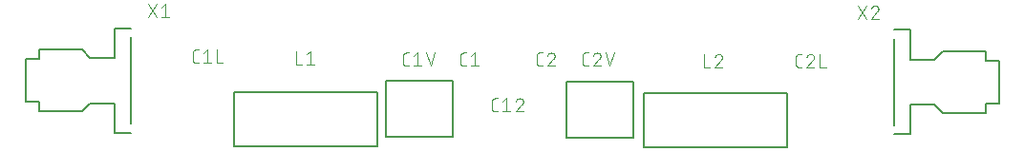
<source format=gbr>
G04 EAGLE Gerber RS-274X export*
G75*
%MOMM*%
%FSLAX34Y34*%
%LPD*%
%INSilkscreen Top*%
%IPPOS*%
%AMOC8*
5,1,8,0,0,1.08239X$1,22.5*%
G01*
%ADD10C,0.101600*%
%ADD11C,0.127000*%
%ADD12C,0.203200*%


D10*
X297801Y103378D02*
X295204Y103378D01*
X295105Y103380D01*
X295005Y103386D01*
X294906Y103395D01*
X294808Y103408D01*
X294710Y103425D01*
X294612Y103446D01*
X294516Y103471D01*
X294421Y103499D01*
X294327Y103531D01*
X294234Y103566D01*
X294142Y103605D01*
X294052Y103648D01*
X293964Y103693D01*
X293877Y103743D01*
X293793Y103795D01*
X293710Y103851D01*
X293630Y103909D01*
X293552Y103971D01*
X293477Y104036D01*
X293404Y104104D01*
X293334Y104174D01*
X293266Y104247D01*
X293201Y104322D01*
X293139Y104400D01*
X293081Y104480D01*
X293025Y104563D01*
X292973Y104647D01*
X292923Y104734D01*
X292878Y104822D01*
X292835Y104912D01*
X292796Y105004D01*
X292761Y105097D01*
X292729Y105191D01*
X292701Y105286D01*
X292676Y105382D01*
X292655Y105480D01*
X292638Y105578D01*
X292625Y105676D01*
X292616Y105775D01*
X292610Y105875D01*
X292608Y105974D01*
X292608Y112466D01*
X292610Y112565D01*
X292616Y112665D01*
X292625Y112764D01*
X292638Y112862D01*
X292655Y112960D01*
X292676Y113058D01*
X292701Y113154D01*
X292729Y113249D01*
X292761Y113343D01*
X292796Y113436D01*
X292835Y113528D01*
X292878Y113618D01*
X292923Y113706D01*
X292973Y113793D01*
X293025Y113877D01*
X293081Y113960D01*
X293139Y114040D01*
X293201Y114118D01*
X293266Y114193D01*
X293334Y114266D01*
X293404Y114336D01*
X293477Y114404D01*
X293552Y114469D01*
X293630Y114531D01*
X293710Y114589D01*
X293793Y114645D01*
X293877Y114697D01*
X293964Y114747D01*
X294052Y114792D01*
X294142Y114835D01*
X294234Y114874D01*
X294326Y114909D01*
X294421Y114941D01*
X294516Y114969D01*
X294612Y114994D01*
X294710Y115015D01*
X294808Y115032D01*
X294906Y115045D01*
X295005Y115054D01*
X295105Y115060D01*
X295204Y115062D01*
X297801Y115062D01*
X302166Y112466D02*
X305412Y115062D01*
X305412Y103378D01*
X308657Y103378D02*
X302166Y103378D01*
X323144Y62738D02*
X325741Y62738D01*
X323144Y62738D02*
X323045Y62740D01*
X322945Y62746D01*
X322846Y62755D01*
X322748Y62768D01*
X322650Y62785D01*
X322552Y62806D01*
X322456Y62831D01*
X322361Y62859D01*
X322267Y62891D01*
X322174Y62926D01*
X322082Y62965D01*
X321992Y63008D01*
X321904Y63053D01*
X321817Y63103D01*
X321733Y63155D01*
X321650Y63211D01*
X321570Y63269D01*
X321492Y63331D01*
X321417Y63396D01*
X321344Y63464D01*
X321274Y63534D01*
X321206Y63607D01*
X321141Y63682D01*
X321079Y63760D01*
X321021Y63840D01*
X320965Y63923D01*
X320913Y64007D01*
X320863Y64094D01*
X320818Y64182D01*
X320775Y64272D01*
X320736Y64364D01*
X320701Y64457D01*
X320669Y64551D01*
X320641Y64646D01*
X320616Y64742D01*
X320595Y64840D01*
X320578Y64938D01*
X320565Y65036D01*
X320556Y65135D01*
X320550Y65235D01*
X320548Y65334D01*
X320548Y71826D01*
X320550Y71925D01*
X320556Y72025D01*
X320565Y72124D01*
X320578Y72222D01*
X320595Y72320D01*
X320616Y72418D01*
X320641Y72514D01*
X320669Y72609D01*
X320701Y72703D01*
X320736Y72796D01*
X320775Y72888D01*
X320818Y72978D01*
X320863Y73066D01*
X320913Y73153D01*
X320965Y73237D01*
X321021Y73320D01*
X321079Y73400D01*
X321141Y73478D01*
X321206Y73553D01*
X321274Y73626D01*
X321344Y73696D01*
X321417Y73764D01*
X321492Y73829D01*
X321570Y73891D01*
X321650Y73949D01*
X321733Y74005D01*
X321817Y74057D01*
X321904Y74107D01*
X321992Y74152D01*
X322082Y74195D01*
X322174Y74234D01*
X322266Y74269D01*
X322361Y74301D01*
X322456Y74329D01*
X322552Y74354D01*
X322650Y74375D01*
X322748Y74392D01*
X322846Y74405D01*
X322945Y74414D01*
X323045Y74420D01*
X323144Y74422D01*
X325741Y74422D01*
X330106Y71826D02*
X333352Y74422D01*
X333352Y62738D01*
X336597Y62738D02*
X330106Y62738D01*
X345106Y74422D02*
X345213Y74420D01*
X345319Y74414D01*
X345425Y74404D01*
X345531Y74391D01*
X345637Y74373D01*
X345741Y74352D01*
X345845Y74327D01*
X345948Y74298D01*
X346049Y74266D01*
X346149Y74229D01*
X346248Y74189D01*
X346346Y74146D01*
X346442Y74099D01*
X346536Y74048D01*
X346628Y73994D01*
X346718Y73937D01*
X346806Y73877D01*
X346891Y73813D01*
X346974Y73746D01*
X347055Y73676D01*
X347133Y73604D01*
X347209Y73528D01*
X347281Y73450D01*
X347351Y73369D01*
X347418Y73286D01*
X347482Y73201D01*
X347542Y73113D01*
X347599Y73023D01*
X347653Y72931D01*
X347704Y72837D01*
X347751Y72741D01*
X347794Y72643D01*
X347834Y72544D01*
X347871Y72444D01*
X347903Y72343D01*
X347932Y72240D01*
X347957Y72136D01*
X347978Y72032D01*
X347996Y71926D01*
X348009Y71820D01*
X348019Y71714D01*
X348025Y71608D01*
X348027Y71501D01*
X345106Y74422D02*
X344985Y74420D01*
X344864Y74414D01*
X344744Y74404D01*
X344623Y74391D01*
X344504Y74373D01*
X344384Y74352D01*
X344266Y74327D01*
X344149Y74298D01*
X344032Y74265D01*
X343917Y74229D01*
X343803Y74188D01*
X343690Y74145D01*
X343578Y74097D01*
X343469Y74046D01*
X343361Y73991D01*
X343254Y73933D01*
X343150Y73872D01*
X343048Y73807D01*
X342948Y73739D01*
X342850Y73668D01*
X342754Y73594D01*
X342661Y73517D01*
X342571Y73436D01*
X342483Y73353D01*
X342398Y73267D01*
X342315Y73178D01*
X342236Y73087D01*
X342159Y72993D01*
X342086Y72897D01*
X342016Y72799D01*
X341949Y72698D01*
X341885Y72595D01*
X341825Y72490D01*
X341768Y72383D01*
X341714Y72275D01*
X341664Y72165D01*
X341618Y72053D01*
X341575Y71940D01*
X341536Y71825D01*
X347054Y69229D02*
X347133Y69306D01*
X347209Y69387D01*
X347282Y69470D01*
X347352Y69555D01*
X347419Y69643D01*
X347483Y69733D01*
X347543Y69825D01*
X347600Y69920D01*
X347654Y70016D01*
X347705Y70114D01*
X347752Y70214D01*
X347796Y70316D01*
X347836Y70419D01*
X347872Y70523D01*
X347904Y70629D01*
X347933Y70735D01*
X347958Y70843D01*
X347980Y70951D01*
X347997Y71061D01*
X348011Y71170D01*
X348020Y71280D01*
X348026Y71391D01*
X348028Y71501D01*
X347054Y69229D02*
X341536Y62738D01*
X348027Y62738D01*
X60311Y105918D02*
X57714Y105918D01*
X57615Y105920D01*
X57515Y105926D01*
X57416Y105935D01*
X57318Y105948D01*
X57220Y105965D01*
X57122Y105986D01*
X57026Y106011D01*
X56931Y106039D01*
X56837Y106071D01*
X56744Y106106D01*
X56652Y106145D01*
X56562Y106188D01*
X56474Y106233D01*
X56387Y106283D01*
X56303Y106335D01*
X56220Y106391D01*
X56140Y106449D01*
X56062Y106511D01*
X55987Y106576D01*
X55914Y106644D01*
X55844Y106714D01*
X55776Y106787D01*
X55711Y106862D01*
X55649Y106940D01*
X55591Y107020D01*
X55535Y107103D01*
X55483Y107187D01*
X55433Y107274D01*
X55388Y107362D01*
X55345Y107452D01*
X55306Y107544D01*
X55271Y107637D01*
X55239Y107731D01*
X55211Y107826D01*
X55186Y107922D01*
X55165Y108020D01*
X55148Y108118D01*
X55135Y108216D01*
X55126Y108315D01*
X55120Y108415D01*
X55118Y108514D01*
X55118Y115006D01*
X55120Y115105D01*
X55126Y115205D01*
X55135Y115304D01*
X55148Y115402D01*
X55165Y115500D01*
X55186Y115598D01*
X55211Y115694D01*
X55239Y115789D01*
X55271Y115883D01*
X55306Y115976D01*
X55345Y116068D01*
X55388Y116158D01*
X55433Y116246D01*
X55483Y116333D01*
X55535Y116417D01*
X55591Y116500D01*
X55649Y116580D01*
X55711Y116658D01*
X55776Y116733D01*
X55844Y116806D01*
X55914Y116876D01*
X55987Y116944D01*
X56062Y117009D01*
X56140Y117071D01*
X56220Y117129D01*
X56303Y117185D01*
X56387Y117237D01*
X56474Y117287D01*
X56562Y117332D01*
X56652Y117375D01*
X56744Y117414D01*
X56836Y117449D01*
X56931Y117481D01*
X57026Y117509D01*
X57122Y117534D01*
X57220Y117555D01*
X57318Y117572D01*
X57416Y117585D01*
X57515Y117594D01*
X57615Y117600D01*
X57714Y117602D01*
X60311Y117602D01*
X64676Y115006D02*
X67922Y117602D01*
X67922Y105918D01*
X71167Y105918D02*
X64676Y105918D01*
X76510Y105918D02*
X76510Y117602D01*
X76510Y105918D02*
X81703Y105918D01*
D11*
X226060Y90170D02*
X226060Y40170D01*
X286060Y40170D01*
X286060Y90170D01*
X226060Y90170D01*
D10*
X244404Y103378D02*
X247001Y103378D01*
X244404Y103378D02*
X244305Y103380D01*
X244205Y103386D01*
X244106Y103395D01*
X244008Y103408D01*
X243910Y103425D01*
X243812Y103446D01*
X243716Y103471D01*
X243621Y103499D01*
X243527Y103531D01*
X243434Y103566D01*
X243342Y103605D01*
X243252Y103648D01*
X243164Y103693D01*
X243077Y103743D01*
X242993Y103795D01*
X242910Y103851D01*
X242830Y103909D01*
X242752Y103971D01*
X242677Y104036D01*
X242604Y104104D01*
X242534Y104174D01*
X242466Y104247D01*
X242401Y104322D01*
X242339Y104400D01*
X242281Y104480D01*
X242225Y104563D01*
X242173Y104647D01*
X242123Y104734D01*
X242078Y104822D01*
X242035Y104912D01*
X241996Y105004D01*
X241961Y105097D01*
X241929Y105191D01*
X241901Y105286D01*
X241876Y105382D01*
X241855Y105480D01*
X241838Y105578D01*
X241825Y105676D01*
X241816Y105775D01*
X241810Y105875D01*
X241808Y105974D01*
X241808Y112466D01*
X241810Y112565D01*
X241816Y112665D01*
X241825Y112764D01*
X241838Y112862D01*
X241855Y112960D01*
X241876Y113058D01*
X241901Y113154D01*
X241929Y113249D01*
X241961Y113343D01*
X241996Y113436D01*
X242035Y113528D01*
X242078Y113618D01*
X242123Y113706D01*
X242173Y113793D01*
X242225Y113877D01*
X242281Y113960D01*
X242339Y114040D01*
X242401Y114118D01*
X242466Y114193D01*
X242534Y114266D01*
X242604Y114336D01*
X242677Y114404D01*
X242752Y114469D01*
X242830Y114531D01*
X242910Y114589D01*
X242993Y114645D01*
X243077Y114697D01*
X243164Y114747D01*
X243252Y114792D01*
X243342Y114835D01*
X243434Y114874D01*
X243526Y114909D01*
X243621Y114941D01*
X243716Y114969D01*
X243812Y114994D01*
X243910Y115015D01*
X244008Y115032D01*
X244106Y115045D01*
X244205Y115054D01*
X244305Y115060D01*
X244404Y115062D01*
X247001Y115062D01*
X251366Y112466D02*
X254612Y115062D01*
X254612Y103378D01*
X257857Y103378D02*
X251366Y103378D01*
X266042Y103378D02*
X262147Y115062D01*
X269936Y115062D02*
X266042Y103378D01*
X362514Y103378D02*
X365111Y103378D01*
X362514Y103378D02*
X362415Y103380D01*
X362315Y103386D01*
X362216Y103395D01*
X362118Y103408D01*
X362020Y103425D01*
X361922Y103446D01*
X361826Y103471D01*
X361731Y103499D01*
X361637Y103531D01*
X361544Y103566D01*
X361452Y103605D01*
X361362Y103648D01*
X361274Y103693D01*
X361187Y103743D01*
X361103Y103795D01*
X361020Y103851D01*
X360940Y103909D01*
X360862Y103971D01*
X360787Y104036D01*
X360714Y104104D01*
X360644Y104174D01*
X360576Y104247D01*
X360511Y104322D01*
X360449Y104400D01*
X360391Y104480D01*
X360335Y104563D01*
X360283Y104647D01*
X360233Y104734D01*
X360188Y104822D01*
X360145Y104912D01*
X360106Y105004D01*
X360071Y105097D01*
X360039Y105191D01*
X360011Y105286D01*
X359986Y105382D01*
X359965Y105480D01*
X359948Y105578D01*
X359935Y105676D01*
X359926Y105775D01*
X359920Y105875D01*
X359918Y105974D01*
X359918Y112466D01*
X359920Y112565D01*
X359926Y112665D01*
X359935Y112764D01*
X359948Y112862D01*
X359965Y112960D01*
X359986Y113058D01*
X360011Y113154D01*
X360039Y113249D01*
X360071Y113343D01*
X360106Y113436D01*
X360145Y113528D01*
X360188Y113618D01*
X360233Y113706D01*
X360283Y113793D01*
X360335Y113877D01*
X360391Y113960D01*
X360449Y114040D01*
X360511Y114118D01*
X360576Y114193D01*
X360644Y114266D01*
X360714Y114336D01*
X360787Y114404D01*
X360862Y114469D01*
X360940Y114531D01*
X361020Y114589D01*
X361103Y114645D01*
X361187Y114697D01*
X361274Y114747D01*
X361362Y114792D01*
X361452Y114835D01*
X361544Y114874D01*
X361636Y114909D01*
X361731Y114941D01*
X361826Y114969D01*
X361922Y114994D01*
X362020Y115015D01*
X362118Y115032D01*
X362216Y115045D01*
X362315Y115054D01*
X362415Y115060D01*
X362514Y115062D01*
X365111Y115062D01*
X373046Y115062D02*
X373153Y115060D01*
X373259Y115054D01*
X373365Y115044D01*
X373471Y115031D01*
X373577Y115013D01*
X373681Y114992D01*
X373785Y114967D01*
X373888Y114938D01*
X373989Y114906D01*
X374089Y114869D01*
X374188Y114829D01*
X374286Y114786D01*
X374382Y114739D01*
X374476Y114688D01*
X374568Y114634D01*
X374658Y114577D01*
X374746Y114517D01*
X374831Y114453D01*
X374914Y114386D01*
X374995Y114316D01*
X375073Y114244D01*
X375149Y114168D01*
X375221Y114090D01*
X375291Y114009D01*
X375358Y113926D01*
X375422Y113841D01*
X375482Y113753D01*
X375539Y113663D01*
X375593Y113571D01*
X375644Y113477D01*
X375691Y113381D01*
X375734Y113283D01*
X375774Y113184D01*
X375811Y113084D01*
X375843Y112983D01*
X375872Y112880D01*
X375897Y112776D01*
X375918Y112672D01*
X375936Y112566D01*
X375949Y112460D01*
X375959Y112354D01*
X375965Y112248D01*
X375967Y112141D01*
X373046Y115062D02*
X372925Y115060D01*
X372804Y115054D01*
X372684Y115044D01*
X372563Y115031D01*
X372444Y115013D01*
X372324Y114992D01*
X372206Y114967D01*
X372089Y114938D01*
X371972Y114905D01*
X371857Y114869D01*
X371743Y114828D01*
X371630Y114785D01*
X371518Y114737D01*
X371409Y114686D01*
X371301Y114631D01*
X371194Y114573D01*
X371090Y114512D01*
X370988Y114447D01*
X370888Y114379D01*
X370790Y114308D01*
X370694Y114234D01*
X370601Y114157D01*
X370511Y114076D01*
X370423Y113993D01*
X370338Y113907D01*
X370255Y113818D01*
X370176Y113727D01*
X370099Y113633D01*
X370026Y113537D01*
X369956Y113439D01*
X369889Y113338D01*
X369825Y113235D01*
X369765Y113130D01*
X369708Y113023D01*
X369654Y112915D01*
X369604Y112805D01*
X369558Y112693D01*
X369515Y112580D01*
X369476Y112465D01*
X374994Y109869D02*
X375073Y109946D01*
X375149Y110027D01*
X375222Y110110D01*
X375292Y110195D01*
X375359Y110283D01*
X375423Y110373D01*
X375483Y110465D01*
X375540Y110560D01*
X375594Y110656D01*
X375645Y110754D01*
X375692Y110854D01*
X375736Y110956D01*
X375776Y111059D01*
X375812Y111163D01*
X375844Y111269D01*
X375873Y111375D01*
X375898Y111483D01*
X375920Y111591D01*
X375937Y111701D01*
X375951Y111810D01*
X375960Y111920D01*
X375966Y112031D01*
X375968Y112141D01*
X374994Y109869D02*
X369476Y103378D01*
X375967Y103378D01*
X592384Y102108D02*
X594981Y102108D01*
X592384Y102108D02*
X592285Y102110D01*
X592185Y102116D01*
X592086Y102125D01*
X591988Y102138D01*
X591890Y102155D01*
X591792Y102176D01*
X591696Y102201D01*
X591601Y102229D01*
X591507Y102261D01*
X591414Y102296D01*
X591322Y102335D01*
X591232Y102378D01*
X591144Y102423D01*
X591057Y102473D01*
X590973Y102525D01*
X590890Y102581D01*
X590810Y102639D01*
X590732Y102701D01*
X590657Y102766D01*
X590584Y102834D01*
X590514Y102904D01*
X590446Y102977D01*
X590381Y103052D01*
X590319Y103130D01*
X590261Y103210D01*
X590205Y103293D01*
X590153Y103377D01*
X590103Y103464D01*
X590058Y103552D01*
X590015Y103642D01*
X589976Y103734D01*
X589941Y103827D01*
X589909Y103921D01*
X589881Y104016D01*
X589856Y104112D01*
X589835Y104210D01*
X589818Y104308D01*
X589805Y104406D01*
X589796Y104505D01*
X589790Y104605D01*
X589788Y104704D01*
X589788Y111196D01*
X589790Y111295D01*
X589796Y111395D01*
X589805Y111494D01*
X589818Y111592D01*
X589835Y111690D01*
X589856Y111788D01*
X589881Y111884D01*
X589909Y111979D01*
X589941Y112073D01*
X589976Y112166D01*
X590015Y112258D01*
X590058Y112348D01*
X590103Y112436D01*
X590153Y112523D01*
X590205Y112607D01*
X590261Y112690D01*
X590319Y112770D01*
X590381Y112848D01*
X590446Y112923D01*
X590514Y112996D01*
X590584Y113066D01*
X590657Y113134D01*
X590732Y113199D01*
X590810Y113261D01*
X590890Y113319D01*
X590973Y113375D01*
X591057Y113427D01*
X591144Y113477D01*
X591232Y113522D01*
X591322Y113565D01*
X591414Y113604D01*
X591506Y113639D01*
X591601Y113671D01*
X591696Y113699D01*
X591792Y113724D01*
X591890Y113745D01*
X591988Y113762D01*
X592086Y113775D01*
X592185Y113784D01*
X592285Y113790D01*
X592384Y113792D01*
X594981Y113792D01*
X602916Y113792D02*
X603023Y113790D01*
X603129Y113784D01*
X603235Y113774D01*
X603341Y113761D01*
X603447Y113743D01*
X603551Y113722D01*
X603655Y113697D01*
X603758Y113668D01*
X603859Y113636D01*
X603959Y113599D01*
X604058Y113559D01*
X604156Y113516D01*
X604252Y113469D01*
X604346Y113418D01*
X604438Y113364D01*
X604528Y113307D01*
X604616Y113247D01*
X604701Y113183D01*
X604784Y113116D01*
X604865Y113046D01*
X604943Y112974D01*
X605019Y112898D01*
X605091Y112820D01*
X605161Y112739D01*
X605228Y112656D01*
X605292Y112571D01*
X605352Y112483D01*
X605409Y112393D01*
X605463Y112301D01*
X605514Y112207D01*
X605561Y112111D01*
X605604Y112013D01*
X605644Y111914D01*
X605681Y111814D01*
X605713Y111713D01*
X605742Y111610D01*
X605767Y111506D01*
X605788Y111402D01*
X605806Y111296D01*
X605819Y111190D01*
X605829Y111084D01*
X605835Y110978D01*
X605837Y110871D01*
X602916Y113792D02*
X602795Y113790D01*
X602674Y113784D01*
X602554Y113774D01*
X602433Y113761D01*
X602314Y113743D01*
X602194Y113722D01*
X602076Y113697D01*
X601959Y113668D01*
X601842Y113635D01*
X601727Y113599D01*
X601613Y113558D01*
X601500Y113515D01*
X601388Y113467D01*
X601279Y113416D01*
X601171Y113361D01*
X601064Y113303D01*
X600960Y113242D01*
X600858Y113177D01*
X600758Y113109D01*
X600660Y113038D01*
X600564Y112964D01*
X600471Y112887D01*
X600381Y112806D01*
X600293Y112723D01*
X600208Y112637D01*
X600125Y112548D01*
X600046Y112457D01*
X599969Y112363D01*
X599896Y112267D01*
X599826Y112169D01*
X599759Y112068D01*
X599695Y111965D01*
X599635Y111860D01*
X599578Y111753D01*
X599524Y111645D01*
X599474Y111535D01*
X599428Y111423D01*
X599385Y111310D01*
X599346Y111195D01*
X604864Y108599D02*
X604943Y108676D01*
X605019Y108757D01*
X605092Y108840D01*
X605162Y108925D01*
X605229Y109013D01*
X605293Y109103D01*
X605353Y109195D01*
X605410Y109290D01*
X605464Y109386D01*
X605515Y109484D01*
X605562Y109584D01*
X605606Y109686D01*
X605646Y109789D01*
X605682Y109893D01*
X605714Y109999D01*
X605743Y110105D01*
X605768Y110213D01*
X605790Y110321D01*
X605807Y110431D01*
X605821Y110540D01*
X605830Y110650D01*
X605836Y110761D01*
X605838Y110871D01*
X604864Y108599D02*
X599346Y102108D01*
X605837Y102108D01*
X611180Y102108D02*
X611180Y113792D01*
X611180Y102108D02*
X616373Y102108D01*
D11*
X386080Y88900D02*
X386080Y38900D01*
X446080Y38900D01*
X446080Y88900D01*
X386080Y88900D01*
D10*
X403154Y103378D02*
X405751Y103378D01*
X403154Y103378D02*
X403055Y103380D01*
X402955Y103386D01*
X402856Y103395D01*
X402758Y103408D01*
X402660Y103425D01*
X402562Y103446D01*
X402466Y103471D01*
X402371Y103499D01*
X402277Y103531D01*
X402184Y103566D01*
X402092Y103605D01*
X402002Y103648D01*
X401914Y103693D01*
X401827Y103743D01*
X401743Y103795D01*
X401660Y103851D01*
X401580Y103909D01*
X401502Y103971D01*
X401427Y104036D01*
X401354Y104104D01*
X401284Y104174D01*
X401216Y104247D01*
X401151Y104322D01*
X401089Y104400D01*
X401031Y104480D01*
X400975Y104563D01*
X400923Y104647D01*
X400873Y104734D01*
X400828Y104822D01*
X400785Y104912D01*
X400746Y105004D01*
X400711Y105097D01*
X400679Y105191D01*
X400651Y105286D01*
X400626Y105382D01*
X400605Y105480D01*
X400588Y105578D01*
X400575Y105676D01*
X400566Y105775D01*
X400560Y105875D01*
X400558Y105974D01*
X400558Y112466D01*
X400560Y112565D01*
X400566Y112665D01*
X400575Y112764D01*
X400588Y112862D01*
X400605Y112960D01*
X400626Y113058D01*
X400651Y113154D01*
X400679Y113249D01*
X400711Y113343D01*
X400746Y113436D01*
X400785Y113528D01*
X400828Y113618D01*
X400873Y113706D01*
X400923Y113793D01*
X400975Y113877D01*
X401031Y113960D01*
X401089Y114040D01*
X401151Y114118D01*
X401216Y114193D01*
X401284Y114266D01*
X401354Y114336D01*
X401427Y114404D01*
X401502Y114469D01*
X401580Y114531D01*
X401660Y114589D01*
X401743Y114645D01*
X401827Y114697D01*
X401914Y114747D01*
X402002Y114792D01*
X402092Y114835D01*
X402184Y114874D01*
X402276Y114909D01*
X402371Y114941D01*
X402466Y114969D01*
X402562Y114994D01*
X402660Y115015D01*
X402758Y115032D01*
X402856Y115045D01*
X402955Y115054D01*
X403055Y115060D01*
X403154Y115062D01*
X405751Y115062D01*
X413686Y115062D02*
X413793Y115060D01*
X413899Y115054D01*
X414005Y115044D01*
X414111Y115031D01*
X414217Y115013D01*
X414321Y114992D01*
X414425Y114967D01*
X414528Y114938D01*
X414629Y114906D01*
X414729Y114869D01*
X414828Y114829D01*
X414926Y114786D01*
X415022Y114739D01*
X415116Y114688D01*
X415208Y114634D01*
X415298Y114577D01*
X415386Y114517D01*
X415471Y114453D01*
X415554Y114386D01*
X415635Y114316D01*
X415713Y114244D01*
X415789Y114168D01*
X415861Y114090D01*
X415931Y114009D01*
X415998Y113926D01*
X416062Y113841D01*
X416122Y113753D01*
X416179Y113663D01*
X416233Y113571D01*
X416284Y113477D01*
X416331Y113381D01*
X416374Y113283D01*
X416414Y113184D01*
X416451Y113084D01*
X416483Y112983D01*
X416512Y112880D01*
X416537Y112776D01*
X416558Y112672D01*
X416576Y112566D01*
X416589Y112460D01*
X416599Y112354D01*
X416605Y112248D01*
X416607Y112141D01*
X413686Y115062D02*
X413565Y115060D01*
X413444Y115054D01*
X413324Y115044D01*
X413203Y115031D01*
X413084Y115013D01*
X412964Y114992D01*
X412846Y114967D01*
X412729Y114938D01*
X412612Y114905D01*
X412497Y114869D01*
X412383Y114828D01*
X412270Y114785D01*
X412158Y114737D01*
X412049Y114686D01*
X411941Y114631D01*
X411834Y114573D01*
X411730Y114512D01*
X411628Y114447D01*
X411528Y114379D01*
X411430Y114308D01*
X411334Y114234D01*
X411241Y114157D01*
X411151Y114076D01*
X411063Y113993D01*
X410978Y113907D01*
X410895Y113818D01*
X410816Y113727D01*
X410739Y113633D01*
X410666Y113537D01*
X410596Y113439D01*
X410529Y113338D01*
X410465Y113235D01*
X410405Y113130D01*
X410348Y113023D01*
X410294Y112915D01*
X410244Y112805D01*
X410198Y112693D01*
X410155Y112580D01*
X410116Y112465D01*
X415634Y109869D02*
X415713Y109946D01*
X415789Y110027D01*
X415862Y110110D01*
X415932Y110195D01*
X415999Y110283D01*
X416063Y110373D01*
X416123Y110465D01*
X416180Y110560D01*
X416234Y110656D01*
X416285Y110754D01*
X416332Y110854D01*
X416376Y110956D01*
X416416Y111059D01*
X416452Y111163D01*
X416484Y111269D01*
X416513Y111375D01*
X416538Y111483D01*
X416560Y111591D01*
X416577Y111701D01*
X416591Y111810D01*
X416600Y111920D01*
X416606Y112031D01*
X416608Y112141D01*
X415634Y109869D02*
X410116Y103378D01*
X416607Y103378D01*
X424792Y103378D02*
X420897Y115062D01*
X428686Y115062D02*
X424792Y103378D01*
D11*
X218440Y80010D02*
X91440Y80010D01*
X91440Y31710D01*
X218440Y31710D01*
X218440Y80010D01*
D10*
X146558Y104648D02*
X146558Y116332D01*
X146558Y104648D02*
X151751Y104648D01*
X156060Y113736D02*
X159306Y116332D01*
X159306Y104648D01*
X156060Y104648D02*
X162552Y104648D01*
D11*
X454660Y78740D02*
X581660Y78740D01*
X454660Y78740D02*
X454660Y30440D01*
X581660Y30440D01*
X581660Y78740D01*
D10*
X508508Y102108D02*
X508508Y113792D01*
X508508Y102108D02*
X513701Y102108D01*
X524502Y110871D02*
X524500Y110978D01*
X524494Y111084D01*
X524484Y111190D01*
X524471Y111296D01*
X524453Y111402D01*
X524432Y111506D01*
X524407Y111610D01*
X524378Y111713D01*
X524346Y111814D01*
X524309Y111914D01*
X524269Y112013D01*
X524226Y112111D01*
X524179Y112207D01*
X524128Y112301D01*
X524074Y112393D01*
X524017Y112483D01*
X523957Y112571D01*
X523893Y112656D01*
X523826Y112739D01*
X523756Y112820D01*
X523684Y112898D01*
X523608Y112974D01*
X523530Y113046D01*
X523449Y113116D01*
X523366Y113183D01*
X523281Y113247D01*
X523193Y113307D01*
X523103Y113364D01*
X523011Y113418D01*
X522917Y113469D01*
X522821Y113516D01*
X522723Y113559D01*
X522624Y113599D01*
X522524Y113636D01*
X522423Y113668D01*
X522320Y113697D01*
X522216Y113722D01*
X522112Y113743D01*
X522006Y113761D01*
X521900Y113774D01*
X521794Y113784D01*
X521688Y113790D01*
X521581Y113792D01*
X521460Y113790D01*
X521339Y113784D01*
X521219Y113774D01*
X521098Y113761D01*
X520979Y113743D01*
X520859Y113722D01*
X520741Y113697D01*
X520624Y113668D01*
X520507Y113635D01*
X520392Y113599D01*
X520278Y113558D01*
X520165Y113515D01*
X520053Y113467D01*
X519944Y113416D01*
X519836Y113361D01*
X519729Y113303D01*
X519625Y113242D01*
X519523Y113177D01*
X519423Y113109D01*
X519325Y113038D01*
X519229Y112964D01*
X519136Y112887D01*
X519046Y112806D01*
X518958Y112723D01*
X518873Y112637D01*
X518790Y112548D01*
X518711Y112457D01*
X518634Y112363D01*
X518561Y112267D01*
X518491Y112169D01*
X518424Y112068D01*
X518360Y111965D01*
X518300Y111860D01*
X518243Y111753D01*
X518189Y111645D01*
X518139Y111535D01*
X518093Y111423D01*
X518050Y111310D01*
X518011Y111195D01*
X523528Y108599D02*
X523607Y108676D01*
X523683Y108757D01*
X523756Y108840D01*
X523826Y108925D01*
X523893Y109013D01*
X523957Y109103D01*
X524017Y109195D01*
X524074Y109290D01*
X524128Y109386D01*
X524179Y109484D01*
X524226Y109584D01*
X524270Y109686D01*
X524310Y109789D01*
X524346Y109893D01*
X524378Y109999D01*
X524407Y110105D01*
X524432Y110213D01*
X524454Y110321D01*
X524471Y110431D01*
X524485Y110540D01*
X524494Y110650D01*
X524500Y110761D01*
X524502Y110871D01*
X523528Y108599D02*
X518010Y102108D01*
X524502Y102108D01*
D12*
X-14230Y70170D02*
X-14230Y43670D01*
X-14230Y70170D02*
X-35730Y70170D01*
X-43230Y62670D01*
X-81230Y62670D01*
X-81230Y71170D01*
X-92980Y71170D01*
X-92980Y109170D01*
X-81230Y109170D01*
X-81230Y117670D01*
X-43230Y117670D01*
X-35730Y110170D01*
X-14230Y110170D01*
X-14230Y136670D01*
X270Y128670D02*
X270Y51670D01*
X270Y136670D02*
X-14230Y136670D01*
X-14230Y43670D02*
X270Y43670D01*
D10*
X15748Y146558D02*
X23537Y158242D01*
X15748Y158242D02*
X23537Y146558D01*
X27827Y155646D02*
X31073Y158242D01*
X31073Y146558D01*
X34318Y146558D02*
X27827Y146558D01*
D12*
X691140Y135400D02*
X691140Y108900D01*
X712640Y108900D01*
X720140Y116400D01*
X758140Y116400D01*
X758140Y107900D01*
X769890Y107900D01*
X769890Y69900D01*
X758140Y69900D01*
X758140Y61400D01*
X720140Y61400D01*
X712640Y68900D01*
X691140Y68900D01*
X691140Y42400D01*
X676640Y50400D02*
X676640Y127400D01*
X676640Y42400D02*
X691140Y42400D01*
X691140Y135400D02*
X676640Y135400D01*
D10*
X652187Y156972D02*
X644398Y145288D01*
X652187Y145288D02*
X644398Y156972D01*
X660047Y156972D02*
X660154Y156970D01*
X660260Y156964D01*
X660366Y156954D01*
X660472Y156941D01*
X660578Y156923D01*
X660682Y156902D01*
X660786Y156877D01*
X660889Y156848D01*
X660990Y156816D01*
X661090Y156779D01*
X661189Y156739D01*
X661287Y156696D01*
X661383Y156649D01*
X661477Y156598D01*
X661569Y156544D01*
X661659Y156487D01*
X661747Y156427D01*
X661832Y156363D01*
X661915Y156296D01*
X661996Y156226D01*
X662074Y156154D01*
X662150Y156078D01*
X662222Y156000D01*
X662292Y155919D01*
X662359Y155836D01*
X662423Y155751D01*
X662483Y155663D01*
X662540Y155573D01*
X662594Y155481D01*
X662645Y155387D01*
X662692Y155291D01*
X662735Y155193D01*
X662775Y155094D01*
X662812Y154994D01*
X662844Y154893D01*
X662873Y154790D01*
X662898Y154686D01*
X662919Y154582D01*
X662937Y154476D01*
X662950Y154370D01*
X662960Y154264D01*
X662966Y154158D01*
X662968Y154051D01*
X660047Y156972D02*
X659926Y156970D01*
X659805Y156964D01*
X659685Y156954D01*
X659564Y156941D01*
X659445Y156923D01*
X659325Y156902D01*
X659207Y156877D01*
X659090Y156848D01*
X658973Y156815D01*
X658858Y156779D01*
X658744Y156738D01*
X658631Y156695D01*
X658519Y156647D01*
X658410Y156596D01*
X658302Y156541D01*
X658195Y156483D01*
X658091Y156422D01*
X657989Y156357D01*
X657889Y156289D01*
X657791Y156218D01*
X657695Y156144D01*
X657602Y156067D01*
X657512Y155986D01*
X657424Y155903D01*
X657339Y155817D01*
X657256Y155728D01*
X657177Y155637D01*
X657100Y155543D01*
X657027Y155447D01*
X656957Y155349D01*
X656890Y155248D01*
X656826Y155145D01*
X656766Y155040D01*
X656709Y154933D01*
X656655Y154825D01*
X656605Y154715D01*
X656559Y154603D01*
X656516Y154490D01*
X656477Y154375D01*
X661995Y151779D02*
X662074Y151856D01*
X662150Y151937D01*
X662223Y152020D01*
X662293Y152105D01*
X662360Y152193D01*
X662424Y152283D01*
X662484Y152375D01*
X662541Y152470D01*
X662595Y152566D01*
X662646Y152664D01*
X662693Y152764D01*
X662737Y152866D01*
X662777Y152969D01*
X662813Y153073D01*
X662845Y153179D01*
X662874Y153285D01*
X662899Y153393D01*
X662921Y153501D01*
X662938Y153611D01*
X662952Y153720D01*
X662961Y153830D01*
X662967Y153941D01*
X662969Y154051D01*
X661995Y151779D02*
X656477Y145288D01*
X662968Y145288D01*
M02*

</source>
